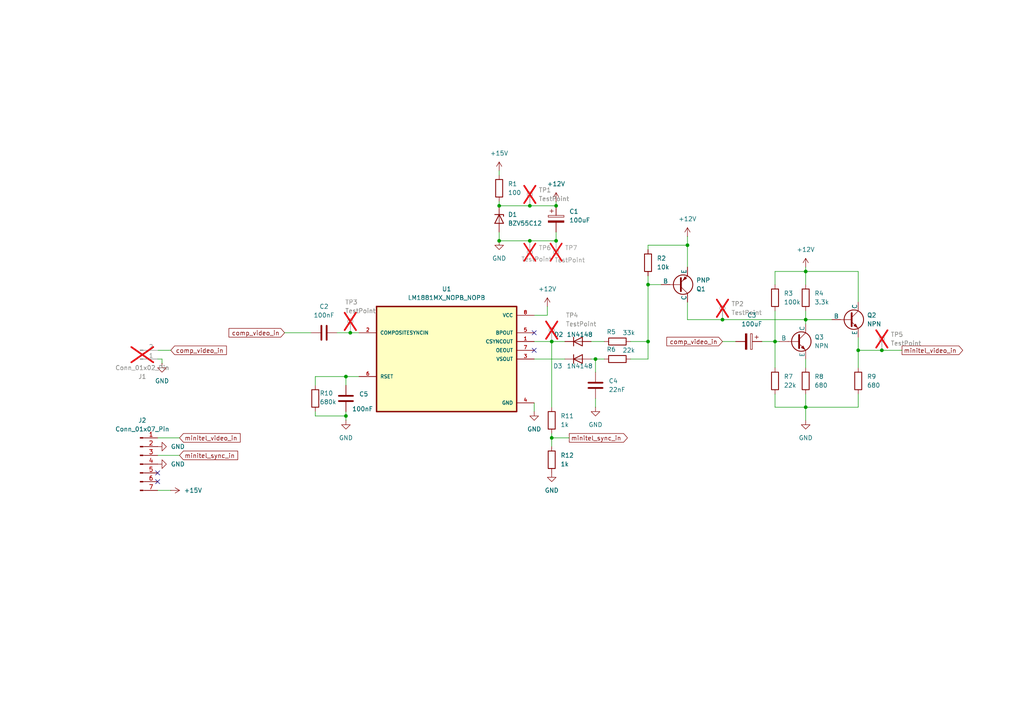
<source format=kicad_sch>
(kicad_sch (version 20231120) (generator "eeschema") (generator_version "8.0")
  (paper "A4")
  (title_block (title "av-to-minitel") (date "2025-01-02") (rev "v0.1") (company "Lucas Bonvin") (comment 1 "schematic source: https://www.cfp-radio.com/realisations/rea48/minitel-01.html"))
  (lib_symbols
    (symbol "Connector:Conn_01x02_Pin" (pin_names (offset 1.016) hide)
      (property "Reference" "J" (at 0 2.54 0))
      (property "Value" "Conn_01x02_Pin" (at 0 -5.08 0))
      (symbol "Conn_01x02_Pin_1_1"
        (polyline (pts (xy 1.27 -2.54) (xy 0.8636 -2.54)) (stroke (width 0.1524)))
        (polyline (pts (xy 1.27 0) (xy 0.8636 0)) (stroke (width 0.1524)))
        (rectangle (start 0.8636 -2.413) (end 0 -2.667) (stroke (width 0.1524)) (fill (type outline)))
        (rectangle (start 0.8636 0.127) (end 0 -0.127) (stroke (width 0.1524)) (fill (type outline)))
        (pin passive line (at 5.08 0 180) (length 3.81) (name "Pin_1") (number "1"))
        (pin passive line (at 5.08 -2.54 180) (length 3.81) (name "Pin_2") (number "2"))
      )
    )
    (symbol "Connector:Conn_01x07_Pin" (pin_names (offset 1.016) hide)
      (property "Reference" "J" (at 0 10.16 0))
      (property "Value" "Conn_01x07_Pin" (at 0 -10.16 0))
      (symbol "Conn_01x07_Pin_1_1"
        (polyline (pts (xy 1.27 -7.62) (xy 0.8636 -7.62)) (stroke (width 0.1524)))
        (polyline (pts (xy 1.27 -5.08) (xy 0.8636 -5.08)) (stroke (width 0.1524)))
        (polyline (pts (xy 1.27 -2.54) (xy 0.8636 -2.54)) (stroke (width 0.1524)))
        (polyline (pts (xy 1.27 0) (xy 0.8636 0)) (stroke (width 0.1524)))
        (polyline (pts (xy 1.27 2.54) (xy 0.8636 2.54)) (stroke (width 0.1524)))
        (polyline (pts (xy 1.27 5.08) (xy 0.8636 5.08)) (stroke (width 0.1524)))
        (polyline (pts (xy 1.27 7.62) (xy 0.8636 7.62)) (stroke (width 0.1524)))
        (rectangle (start 0.8636 -7.493) (end 0 -7.747) (stroke (width 0.1524)) (fill (type outline)))
        (rectangle (start 0.8636 -4.953) (end 0 -5.207) (stroke (width 0.1524)) (fill (type outline)))
        (rectangle (start 0.8636 -2.413) (end 0 -2.667) (stroke (width 0.1524)) (fill (type outline)))
        (rectangle (start 0.8636 0.127) (end 0 -0.127) (stroke (width 0.1524)) (fill (type outline)))
        (rectangle (start 0.8636 2.667) (end 0 2.413) (stroke (width 0.1524)) (fill (type outline)))
        (rectangle (start 0.8636 5.207) (end 0 4.953) (stroke (width 0.1524)) (fill (type outline)))
        (rectangle (start 0.8636 7.747) (end 0 7.493) (stroke (width 0.1524)) (fill (type outline)))
        (pin passive line (at 5.08 7.62 180) (length 3.81) (name "Pin_1") (number "1"))
        (pin passive line (at 5.08 5.08 180) (length 3.81) (name "Pin_2") (number "2"))
        (pin passive line (at 5.08 2.54 180) (length 3.81) (name "Pin_3") (number "3"))
        (pin passive line (at 5.08 0 180) (length 3.81) (name "Pin_4") (number "4"))
        (pin passive line (at 5.08 -2.54 180) (length 3.81) (name "Pin_5") (number "5"))
        (pin passive line (at 5.08 -5.08 180) (length 3.81) (name "Pin_6") (number "6"))
        (pin passive line (at 5.08 -7.62 180) (length 3.81) (name "Pin_7") (number "7"))
      )
    )
    (symbol "Connector:TestPoint" (pin_numbers hide) (pin_names (offset 0.762) hide)
      (property "Reference" "TP" (at 0 6.858 0))
      (property "Value" "TestPoint" (at 0 5.08 0))
      (symbol "TestPoint_0_1"
        (circle (center 0 3.302) (radius 0.762))
      )
      (symbol "TestPoint_1_1"
        (pin passive line (at 0 0 90) (length 2.54) (name "1") (number "1"))
      )
    )
    (symbol "Device:C" (pin_numbers hide) (pin_names (offset 0.254))
      (property "Reference" "C" (at 0.635 2.54 0))
      (property "Value" "C" (at 0.635 -2.54 0))
      (symbol "C_0_1"
        (polyline (pts (xy -2.032 -0.762) (xy 2.032 -0.762)) (stroke (width 0.508)))
        (polyline (pts (xy -2.032 0.762) (xy 2.032 0.762)) (stroke (width 0.508)))
      )
      (symbol "C_1_1"
        (pin passive line (at 0 3.81 270) (length 2.794) (name "~") (number "1"))
        (pin passive line (at 0 -3.81 90) (length 2.794) (name "~") (number "2"))
      )
    )
    (symbol "Device:C_Polarized" (pin_numbers hide) (pin_names (offset 0.254))
      (property "Reference" "C" (at 0.635 2.54 0))
      (property "Value" "C_Polarized" (at 0.635 -2.54 0))
      (symbol "C_Polarized_0_1"
        (rectangle (start -2.286 0.508) (end 2.286 1.016))
        (polyline (pts (xy -1.778 2.286) (xy -0.762 2.286)))
        (polyline (pts (xy -1.27 2.794) (xy -1.27 1.778)))
        (rectangle (start 2.286 -0.508) (end -2.286 -1.016) (fill (type outline)))
      )
      (symbol "C_Polarized_1_1"
        (pin passive line (at 0 3.81 270) (length 2.794) (name "~") (number "1"))
        (pin passive line (at 0 -3.81 90) (length 2.794) (name "~") (number "2"))
      )
    )
    (symbol "Device:R" (pin_numbers hide) (pin_names (offset 0))
      (property "Reference" "R" (at 2.032 0 90))
      (property "Value" "R" (at 0 0 90))
      (symbol "R_0_1"
        (rectangle (start -1.016 -2.54) (end 1.016 2.54) (stroke (width 0.254)))
      )
      (symbol "R_1_1"
        (pin passive line (at 0 3.81 270) (length 1.27) (name "~") (number "1"))
        (pin passive line (at 0 -3.81 90) (length 1.27) (name "~") (number "2"))
      )
    )
    (symbol "Diode:1N4148" (pin_numbers hide) (pin_names hide)
      (property "Reference" "D" (at 0 2.54 0))
      (property "Value" "1N4148" (at 0 -2.54 0))
      (symbol "1N4148_0_1"
        (polyline (pts (xy -1.27 1.27) (xy -1.27 -1.27)) (stroke (width 0.254)))
        (polyline (pts (xy 1.27 0) (xy -1.27 0)))
        (polyline (pts (xy 1.27 1.27) (xy 1.27 -1.27) (xy -1.27 0) (xy 1.27 1.27)) (stroke (width 0.254)))
      )
      (symbol "1N4148_1_1"
        (pin passive line (at -3.81 0 0) (length 2.54) (name "K") (number "1"))
        (pin passive line (at 3.81 0 180) (length 2.54) (name "A") (number "2"))
      )
    )
    (symbol "Diode:BZV55C12" (pin_numbers hide) (pin_names hide)
      (property "Reference" "D" (at 0 2.54 0))
      (property "Value" "BZV55C12" (at 0 -2.54 0))
      (symbol "BZV55C12_0_1"
        (polyline (pts (xy 1.27 0) (xy -1.27 0)))
        (polyline (pts (xy -1.27 -1.27) (xy -1.27 1.27) (xy -0.762 1.27)) (stroke (width 0.254)))
        (polyline (pts (xy 1.27 -1.27) (xy 1.27 1.27) (xy -1.27 0) (xy 1.27 -1.27)) (stroke (width 0.254)))
      )
      (symbol "BZV55C12_1_1"
        (pin passive line (at -3.81 0 0) (length 2.54) (name "K") (number "1"))
        (pin passive line (at 3.81 0 180) (length 2.54) (name "A") (number "2"))
      )
    )
    (symbol "LM1881MX_NOPB_NOPB:LM1881MX_NOPB_NOPB" (pin_names (offset 1.016))
      (property "Reference" "U" (at -20.32 16.24 0))
      (property "Value" "LM1881MX_NOPB_NOPB" (at -20.32 -19.24 0))
      (symbol "LM1881MX_NOPB_NOPB_0_0"
        (rectangle (start -20.32 -15.24) (end 20.32 15.24) (stroke (width 0.41)) (fill (type background)))
        (pin output line (at 25.4 5.08 180) (length 5.08) (name "CSYNCOUT") (number "1"))
        (pin input line (at -25.4 7.62 0) (length 5.08) (name "COMPOSITESYNCIN") (number "2"))
        (pin output line (at 25.4 0 180) (length 5.08) (name "VSOUT") (number "3"))
        (pin power_in line (at 25.4 -12.7 180) (length 5.08) (name "GND") (number "4"))
        (pin output line (at 25.4 7.62 180) (length 5.08) (name "BPOUT") (number "5"))
        (pin bidirectional line (at -25.4 -5.08 0) (length 5.08) (name "RSET") (number "6"))
        (pin output line (at 25.4 2.54 180) (length 5.08) (name "OEOUT") (number "7"))
        (pin power_in line (at 25.4 12.7 180) (length 5.08) (name "VCC") (number "8"))
      )
    )
    (symbol "Simulation_SPICE:NPN" (pin_numbers hide) (pin_names (offset 0))
      (property "Reference" "Q" (at -2.54 7.62 0))
      (property "Value" "NPN" (at -2.54 5.08 0))
      (symbol "NPN_0_1"
        (polyline (pts (xy -2.54 0) (xy 0.635 0)) (stroke (width 0.1524)))
        (polyline (pts (xy 0.635 0.635) (xy 2.54 2.54)))
        (polyline (pts (xy 2.794 -1.27) (xy 2.794 -1.27)) (stroke (width 0.1524)))
        (polyline (pts (xy 2.794 -1.27) (xy 2.794 -1.27)) (stroke (width 0.1524)))
        (polyline (pts (xy 0.635 -0.635) (xy 2.54 -2.54) (xy 2.54 -2.54)))
        (polyline (pts (xy 0.635 1.905) (xy 0.635 -1.905) (xy 0.635 -1.905)) (stroke (width 0.508)))
        (polyline (pts (xy 1.27 -1.778) (xy 1.778 -1.27) (xy 2.286 -2.286) (xy 1.27 -1.778) (xy 1.27 -1.778)) (fill (type outline)))
        (circle (center 1.27 0) (radius 2.8194) (stroke (width 0.254)))
      )
      (symbol "NPN_1_1"
        (pin open_collector line (at 2.54 5.08 270) (length 2.54) (name "C") (number "1"))
        (pin input line (at -5.08 0 0) (length 2.54) (name "B") (number "2"))
        (pin open_emitter line (at 2.54 -5.08 90) (length 2.54) (name "E") (number "3"))
      )
    )
    (symbol "Simulation_SPICE:PNP" (pin_numbers hide) (pin_names (offset 0))
      (property "Reference" "Q" (at -2.54 7.62 0))
      (property "Value" "PNP" (at -2.54 5.08 0))
      (symbol "PNP_0_1"
        (polyline (pts (xy -2.54 0) (xy 0.635 0)) (stroke (width 0.1524)))
        (polyline (pts (xy 0.635 0.635) (xy 2.54 2.54)))
        (polyline (pts (xy 0.635 -0.635) (xy 2.54 -2.54) (xy 2.54 -2.54)))
        (polyline (pts (xy 0.635 1.905) (xy 0.635 -1.905) (xy 0.635 -1.905)) (stroke (width 0.508)))
        (polyline (pts (xy 2.286 -1.778) (xy 1.778 -2.286) (xy 1.27 -1.27) (xy 2.286 -1.778) (xy 2.286 -1.778)) (fill (type outline)))
        (circle (center 1.27 0) (radius 2.8194) (stroke (width 0.254)))
      )
      (symbol "PNP_1_1"
        (pin open_collector line (at 2.54 5.08 270) (length 2.54) (name "C") (number "1"))
        (pin input line (at -5.08 0 0) (length 2.54) (name "B") (number "2"))
        (pin open_emitter line (at 2.54 -5.08 90) (length 2.54) (name "E") (number "3"))
      )
    )
    (symbol "power:+12V" (power) (pin_numbers hide) (pin_names (offset 0) hide)
      (property "Value" "+12V" (at 0 3.556 0))
      (symbol "+12V_0_1"
        (polyline (pts (xy -0.762 1.27) (xy 0 2.54)))
        (polyline (pts (xy 0 0) (xy 0 2.54)))
        (polyline (pts (xy 0 2.54) (xy 0.762 1.27)))
      )
      (symbol "+12V_1_1"
        (pin power_in line (at 0 0 90) (length 0) (name "~") (number "1"))
      )
    )
    (symbol "power:+15V" (power) (pin_numbers hide) (pin_names (offset 0) hide)
      (property "Value" "+15V" (at 0 3.556 0))
      (symbol "+15V_0_1"
        (polyline (pts (xy -0.762 1.27) (xy 0 2.54)))
        (polyline (pts (xy 0 0) (xy 0 2.54)))
        (polyline (pts (xy 0 2.54) (xy 0.762 1.27)))
      )
      (symbol "+15V_1_1"
        (pin power_in line (at 0 0 90) (length 0) (name "~") (number "1"))
      )
    )
    (symbol "power:GND" (power) (pin_numbers hide) (pin_names (offset 0) hide)
      (property "Value" "GND" (at 0 -3.81 0))
      (symbol "GND_0_1"
        (polyline (pts (xy 0 0) (xy 0 -1.27) (xy 1.27 -1.27) (xy 0 -2.54) (xy -1.27 -1.27) (xy 0 -1.27)))
      )
      (symbol "GND_1_1"
        (pin power_in line (at 0 0 270) (length 0) (name "~") (number "1"))
      )
    )
  )
  (junction (at 101.6 96.52))
  (junction (at 248.92 101.6))
  (junction (at 100.33 120.65))
  (junction (at 160.02 99.06))
  (junction (at 233.68 118.11))
  (junction (at 144.78 59.69))
  (junction (at 161.29 69.85))
  (junction (at 209.55 92.71))
  (junction (at 172.72 104.14))
  (junction (at 160.02 127))
  (junction (at 255.7696 101.6))
  (junction (at 153.67 69.85))
  (junction (at 233.68 92.71))
  (junction (at 224.79 99.06))
  (junction (at 187.96 99.06))
  (junction (at 199.39 71.12))
  (junction (at 233.68 78.74))
  (junction (at 100.33 109.22))
  (junction (at 144.78 69.85))
  (junction (at 161.29 59.69))
  (junction (at 153.67 59.69))
  (junction (at 187.96 82.55))
  (no_connect (at 45.72 139.7))
  (no_connect (at 154.94 101.6))
  (no_connect (at 154.94 96.52))
  (no_connect (at 45.72 137.16))
  (wire (pts (xy 154.94 119.38) (xy 154.94 116.84)))
  (wire (pts (xy 187.96 82.55) (xy 191.77 82.55)))
  (wire (pts (xy 160.02 127) (xy 160.02 125.73)))
  (wire (pts (xy 153.67 69.85) (xy 144.78 69.85)))
  (wire (pts (xy 199.39 92.71) (xy 199.39 87.63)))
  (wire (pts (xy 187.96 71.12) (xy 199.39 71.12)))
  (wire (pts (xy 46.99 104.14) (xy 45.72 104.14)))
  (wire (pts (xy 49.53 101.6) (xy 45.72 101.6)))
  (wire (pts (xy 233.68 90.17) (xy 233.68 92.71)))
  (wire (pts (xy 233.68 77.47) (xy 233.68 78.74)))
  (wire (pts (xy 199.39 68.58) (xy 199.39 71.12)))
  (wire (pts (xy 233.68 121.92) (xy 233.68 118.11)))
  (wire (pts (xy 241.3 92.71) (xy 233.68 92.71)))
  (wire (pts (xy 233.68 92.71) (xy 233.68 93.98)))
  (wire (pts (xy 46.99 104.14) (xy 46.99 105.41)))
  (wire (pts (xy 163.83 99.06) (xy 160.02 99.06)))
  (wire (pts (xy 224.79 118.11) (xy 224.79 114.3)))
  (wire (pts (xy 187.96 99.06) (xy 187.96 104.14)))
  (wire (pts (xy 224.79 106.68) (xy 224.79 99.06)))
  (wire (pts (xy 248.92 101.6) (xy 248.92 106.68)))
  (wire (pts (xy 158.75 91.44) (xy 154.94 91.44)))
  (wire (pts (xy 209.55 92.71) (xy 199.39 92.71)))
  (wire (pts (xy 82.55 96.52) (xy 90.17 96.52)))
  (wire (pts (xy 248.92 97.79) (xy 248.92 101.6)))
  (wire (pts (xy 224.79 99.06) (xy 220.98 99.06)))
  (wire (pts (xy 261.62 101.6) (xy 255.7696 101.6)))
  (wire (pts (xy 158.75 88.9) (xy 158.75 91.44)))
  (wire (pts (xy 224.79 118.11) (xy 233.68 118.11)))
  (wire (pts (xy 161.29 59.69) (xy 161.29 58.42)))
  (wire (pts (xy 160.02 127) (xy 165.1 127)))
  (wire (pts (xy 187.96 104.14) (xy 182.88 104.14)))
  (wire (pts (xy 172.72 118.11) (xy 172.72 115.57)))
  (wire (pts (xy 187.96 72.39) (xy 187.96 71.12)))
  (wire (pts (xy 160.02 129.54) (xy 160.02 127)))
  (wire (pts (xy 224.79 90.17) (xy 224.79 99.06)))
  (wire (pts (xy 209.55 99.06) (xy 213.36 99.06)))
  (wire (pts (xy 153.67 59.69) (xy 161.29 59.69)))
  (wire (pts (xy 187.96 82.55) (xy 187.96 99.06)))
  (wire (pts (xy 100.33 120.65) (xy 100.33 119.38)))
  (wire (pts (xy 233.68 78.74) (xy 233.68 82.55)))
  (wire (pts (xy 161.29 67.31) (xy 161.29 69.85)))
  (wire (pts (xy 171.45 104.14) (xy 172.72 104.14)))
  (wire (pts (xy 144.78 59.69) (xy 144.78 58.42)))
  (wire (pts (xy 224.79 78.74) (xy 233.68 78.74)))
  (wire (pts (xy 233.68 118.11) (xy 248.92 118.11)))
  (wire (pts (xy 160.02 99.06) (xy 154.94 99.06)))
  (wire (pts (xy 100.33 109.22) (xy 104.14 109.22)))
  (wire (pts (xy 144.78 59.69) (xy 153.67 59.69)))
  (wire (pts (xy 91.44 120.65) (xy 100.33 120.65)))
  (wire (pts (xy 233.68 106.68) (xy 233.68 104.14)))
  (wire (pts (xy 233.68 78.74) (xy 248.92 78.74)))
  (wire (pts (xy 91.44 119.38) (xy 91.44 120.65)))
  (wire (pts (xy 226.06 99.06) (xy 224.79 99.06)))
  (wire (pts (xy 172.72 104.14) (xy 175.26 104.14)))
  (wire (pts (xy 144.78 50.8) (xy 144.78 49.53)))
  (wire (pts (xy 52.07 127) (xy 45.72 127)))
  (wire (pts (xy 49.53 142.24) (xy 45.72 142.24)))
  (wire (pts (xy 182.88 99.06) (xy 187.96 99.06)))
  (wire (pts (xy 144.78 69.85) (xy 144.78 67.31)))
  (wire (pts (xy 52.07 132.08) (xy 45.72 132.08)))
  (wire (pts (xy 233.68 92.71) (xy 209.55 92.71)))
  (wire (pts (xy 233.68 114.3) (xy 233.68 118.11)))
  (wire (pts (xy 100.33 109.22) (xy 91.44 109.22)))
  (wire (pts (xy 224.79 82.55) (xy 224.79 78.74)))
  (wire (pts (xy 255.7696 101.6) (xy 248.92 101.6)))
  (wire (pts (xy 91.44 109.22) (xy 91.44 111.76)))
  (wire (pts (xy 248.92 118.11) (xy 248.92 114.3)))
  (wire (pts (xy 100.33 111.76) (xy 100.33 109.22)))
  (wire (pts (xy 248.92 78.74) (xy 248.92 87.63)))
  (wire (pts (xy 161.29 69.85) (xy 153.67 69.85)))
  (wire (pts (xy 172.72 107.95) (xy 172.72 104.14)))
  (wire (pts (xy 100.33 121.92) (xy 100.33 120.65)))
  (wire (pts (xy 101.6 96.52) (xy 104.14 96.52)))
  (wire (pts (xy 187.96 80.01) (xy 187.96 82.55)))
  (wire (pts (xy 97.79 96.52) (xy 101.6 96.52)))
  (wire (pts (xy 175.26 99.06) (xy 171.45 99.06)))
  (wire (pts (xy 199.39 71.12) (xy 199.39 77.47)))
  (wire (pts (xy 160.02 118.11) (xy 160.02 99.06)))
  (wire (pts (xy 163.83 104.14) (xy 154.94 104.14)))
  (global_label "comp_video_in" (shape input) (at 82.55 96.52 180) (property "Intersheetrefs" "${INTERSHEET_REFS}" (effects (hide yes))))
  (global_label "minitel_video_in" (shape output) (at 261.62 101.6 0) (property "Intersheetrefs" "${INTERSHEET_REFS}" (effects (hide yes))))
  (global_label "minitel_sync_in" (shape output) (at 165.1 127 0) (property "Intersheetrefs" "${INTERSHEET_REFS}" (effects (hide yes))))
  (global_label "comp_video_in" (shape input) (at 49.53 101.6 0) (property "Intersheetrefs" "${INTERSHEET_REFS}" (effects (hide yes))))
  (global_label "minitel_video_in" (shape input) (at 52.07 127 0) (property "Intersheetrefs" "${INTERSHEET_REFS}" (effects (hide yes))))
  (global_label "minitel_sync_in" (shape input) (at 52.07 132.08 0) (property "Intersheetrefs" "${INTERSHEET_REFS}" (effects (hide yes))))
  (global_label "comp_video_in" (shape input) (at 209.55 99.06 180) (property "Intersheetrefs" "${INTERSHEET_REFS}" (effects (hide yes))))
  (symbol (lib_id "Device:R") (at 160.02 133.35 0) (unit 1)
    (property "Reference" "R12" (at 162.56 132.0799 0) (effects (justify left)))
    (property "Value" "1k" (at 162.56 134.6199 0) (effects (justify left)))
    (property "Footprint" "Resistor_SMD:R_0805_2012Metric" (effects (hide yes)))
    (property "Description" "Resistor" (effects (hide yes)))
    (property "Mouser reference" "RCA08051K00FKEA" (effects (hide yes)))
  )
  (symbol (lib_id "Connector:TestPoint") (at 153.67 69.85 180) (unit 1) (dnp yes)
    (property "Reference" "TP6" (at 156.21 71.8819 0) (effects (justify right)))
    (property "Value" "TestPoint" (at 151.13 75.184 0) (effects (justify right)))
    (property "Footprint" "TestPoint:TestPoint_THTPad_D1.0mm_Drill0.5mm" (effects (hide yes)))
    (property "Description" "test point" (effects (hide yes)))
  )
  (symbol (lib_id "power:GND") (at 233.68 121.92 0) (unit 1)
    (property "Reference" "#PWR011" (effects (hide yes)))
    (property "Value" "GND" (at 233.68 127 0))
    (property "Description" "Power symbol creates a global label with name \"GND\" , ground" (effects (hide yes)))
  )
  (symbol (lib_id "Diode:1N4148") (at 167.64 99.06 0) (unit 1)
    (property "Reference" "D2" (at 162.052 97.028 0))
    (property "Value" "1N4148" (at 168.148 97.028 0))
    (property "Footprint" "Diode_SMD:D_SOD-323F" (effects (hide yes)))
    (property "Datasheet" "https://assets.nexperia.com/documents/data-sheet/1N4148_1N4448.pdf" (effects (hide yes)))
    (property "Description" "100V 0.15A standard switching diode, DO-35" (effects (hide yes)))
    (property "Sim.Device" "D" (effects (hide yes)))
    (property "Sim.Pins" "1=K 2=A" (effects (hide yes)))
    (property "Mouser reference" "637-1N4148WS-AQ" (effects (hide yes)))
  )
  (symbol (lib_id "Device:R") (at 224.79 110.49 0) (unit 1)
    (property "Reference" "R7" (at 227.33 109.2199 0) (effects (justify left)))
    (property "Value" "22k" (at 227.33 111.7599 0) (effects (justify left)))
    (property "Footprint" "Resistor_SMD:R_0805_2012Metric" (effects (hide yes)))
    (property "Description" "Resistor" (effects (hide yes)))
    (property "Mouser reference" "CR0805-FX-2202ELF" (effects (hide yes)))
  )
  (symbol (lib_id "power:+12V") (at 158.75 88.9 0) (unit 1)
    (property "Reference" "#PWR06" (effects (hide yes)))
    (property "Value" "+12V" (at 158.75 83.82 0))
    (property "Description" "Power symbol creates a global label with name \"+12V\"" (effects (hide yes)))
  )
  (symbol (lib_id "power:+15V") (at 49.53 142.24 270) (unit 1)
    (property "Reference" "#PWR015" (effects (hide yes)))
    (property "Value" "+15V" (at 53.34 142.2399 90) (effects (justify left)))
    (property "Description" "Power symbol creates a global label with name \"+15V\"" (effects (hide yes)))
  )
  (symbol (lib_id "Device:R") (at 91.44 115.57 0) (unit 1)
    (property "Reference" "R10" (at 92.71 114.046 0) (effects (justify left)))
    (property "Value" "680k" (at 92.71 116.586 0) (effects (justify left)))
    (property "Footprint" "Resistor_SMD:R_0805_2012Metric" (effects (hide yes)))
    (property "Description" "Resistor" (effects (hide yes)))
    (property "Mouser reference" "CR0805-FX-6803ELF" (effects (hide yes)))
  )
  (symbol (lib_id "Diode:BZV55C12") (at 144.78 63.5 270) (unit 1)
    (property "Reference" "D1" (at 147.32 62.2299 90) (effects (justify left)))
    (property "Value" "BZV55C12" (at 147.32 64.7699 90) (effects (justify left)))
    (property "Footprint" "Diode_SMD:D_MiniMELF" (effects (hide yes)))
    (property "Datasheet" "https://assets.nexperia.com/documents/data-sheet/BZV55_SER.pdf" (effects (hide yes)))
    (property "Description" "12V, 500mW, 5%, Zener diode, MiniMELF" (effects (hide yes)))
    (property "Mouser reference" "771-BZV55-C12-T/R" (effects (hide yes)))
  )
  (symbol (lib_id "power:GND") (at 144.78 69.85 0) (unit 1)
    (property "Reference" "#PWR04" (effects (hide yes)))
    (property "Value" "GND" (at 144.78 74.93 0))
    (property "Description" "Power symbol creates a global label with name \"GND\" , ground" (effects (hide yes)))
  )
  (symbol (lib_id "Connector:Conn_01x07_Pin") (at 40.64 134.62 0) (unit 1)
    (property "Reference" "J2" (at 41.275 121.92 0))
    (property "Value" "Conn_01x07_Pin" (at 41.275 124.46 0))
    (property "Footprint" "Connector_PinHeader_2.54mm:PinHeader_1x07_P2.54mm_Horizontal" (effects (hide yes)))
    (property "Description" "Generic connector, single row, 01x07, script generated" (effects (hide yes)))
    (property "Mouser reference" "649-1012937990701BLF" (effects (hide yes)))
  )
  (symbol (lib_id "Device:R") (at 179.07 104.14 90) (unit 1)
    (property "Reference" "R6" (at 177.292 101.346 90))
    (property "Value" "22k" (at 182.372 101.6 90))
    (property "Footprint" "Resistor_SMD:R_0805_2012Metric" (effects (hide yes)))
    (property "Description" "Resistor" (effects (hide yes)))
    (property "Mouser reference" "CR0805-FX-2202ELF" (effects (hide yes)))
  )
  (symbol (lib_id "Connector:TestPoint") (at 101.6 96.52 0) (unit 1) (dnp yes)
    (property "Reference" "TP3" (at 100.076 87.63 0) (effects (justify left)))
    (property "Value" "TestPoint" (at 100.076 90.17 0) (effects (justify left)))
    (property "Footprint" "TestPoint:TestPoint_THTPad_D1.0mm_Drill0.5mm" (effects (hide yes)))
    (property "Description" "test point" (effects (hide yes)))
  )
  (symbol (lib_id "power:GND") (at 160.02 137.16 0) (unit 1)
    (property "Reference" "#PWR014" (effects (hide yes)))
    (property "Value" "GND" (at 160.02 142.24 0))
    (property "Description" "Power symbol creates a global label with name \"GND\" , ground" (effects (hide yes)))
  )
  (symbol (lib_id "Connector:TestPoint") (at 161.29 69.85 180) (unit 1) (dnp yes)
    (property "Reference" "TP7" (at 163.83 71.8819 0) (effects (justify right)))
    (property "Value" "TestPoint" (at 160.782 75.438 0) (effects (justify right)))
    (property "Footprint" "TestPoint:TestPoint_THTPad_D1.0mm_Drill0.5mm" (effects (hide yes)))
    (property "Description" "test point" (effects (hide yes)))
  )
  (symbol (lib_id "Device:C_Polarized") (at 161.29 63.5 0) (unit 1)
    (property "Reference" "C1" (at 165.1 61.3409 0) (effects (justify left)))
    (property "Value" "100uF" (at 165.1 63.8809 0) (effects (justify left)))
    (property "Footprint" "Capacitor_SMD:CP_Elec_5x5.8" (effects (hide yes)))
    (property "Description" "Polarized capacitor" (effects (hide yes)))
    (property "Mouser reference" "667-EEE-FN1C101UR" (effects (hide yes)))
  )
  (symbol (lib_id "Device:R") (at 248.92 110.49 0) (unit 1)
    (property "Reference" "R9" (at 251.46 109.2199 0) (effects (justify left)))
    (property "Value" "680" (at 251.46 111.7599 0) (effects (justify left)))
    (property "Footprint" "Resistor_SMD:R_0805_2012Metric" (effects (hide yes)))
    (property "Description" "Resistor" (effects (hide yes)))
    (property "Mouser reference" "CRCW0805680RJNEBC" (effects (hide yes)))
  )
  (symbol (lib_id "power:+12V") (at 161.29 58.42 0) (unit 1)
    (property "Reference" "#PWR02" (effects (hide yes)))
    (property "Value" "+12V" (at 161.29 53.34 0))
    (property "Description" "Power symbol creates a global label with name \"+12V\"" (effects (hide yes)))
  )
  (symbol (lib_id "Device:C") (at 172.72 111.76 180) (unit 1)
    (property "Reference" "C4" (at 176.53 110.4899 0) (effects (justify right)))
    (property "Value" "22nF" (at 176.53 113.0299 0) (effects (justify right)))
    (property "Footprint" "Capacitor_SMD:C_0603_1608Metric" (effects (hide yes)))
    (property "Description" "Unpolarized capacitor" (effects (hide yes)))
    (property "Mouser reference" "C0603C223K3RACTM" (effects (hide yes)))
  )
  (symbol (lib_id "Device:C") (at 93.98 96.52 90) (unit 1)
    (property "Reference" "C2" (at 93.98 88.9 90))
    (property "Value" "100nF" (at 93.98 91.44 90))
    (property "Footprint" "Capacitor_SMD:C_0603_1608Metric" (effects (hide yes)))
    (property "Description" "Unpolarized capacitor" (effects (hide yes)))
    (property "Mouser reference" "710-885012206071R" (effects (hide yes)))
  )
  (symbol (lib_id "Simulation_SPICE:NPN") (at 231.14 99.06 0) (unit 1)
    (property "Reference" "Q3" (at 236.22 97.7899 0) (effects (justify left)))
    (property "Value" "NPN" (at 236.22 100.3299 0) (effects (justify left)))
    (property "Footprint" "Package_TO_SOT_SMD:SOT-23" (effects (hide yes)))
    (property "Datasheet" "https://ngspice.sourceforge.io/docs/ngspice-html-manual/manual.xhtml#cha_BJTs" (effects (hide yes)))
    (property "Description" "Bipolar transistor symbol for simulation only, substrate tied to the emitter" (effects (hide yes)))
    (property "Sim.Device" "NPN" (effects (hide yes)))
    (property "Sim.Type" "GUMMELPOON" (effects (hide yes)))
    (property "Sim.Pins" "1=C 2=B 3=E" (effects (hide yes)))
    (property "Mouser reference" "522-FMMT619TA" (effects (hide yes)))
  )
  (symbol (lib_id "Connector:TestPoint") (at 209.55 92.71 0) (unit 1) (dnp yes)
    (property "Reference" "TP2" (at 212.09 88.1379 0) (effects (justify left)))
    (property "Value" "TestPoint" (at 212.09 90.6779 0) (effects (justify left)))
    (property "Footprint" "TestPoint:TestPoint_THTPad_D1.0mm_Drill0.5mm" (effects (hide yes)))
    (property "Description" "test point" (effects (hide yes)))
  )
  (symbol (lib_id "power:GND") (at 172.72 118.11 0) (unit 1)
    (property "Reference" "#PWR08" (effects (hide yes)))
    (property "Value" "GND" (at 172.72 123.19 0))
    (property "Description" "Power symbol creates a global label with name \"GND\" , ground" (effects (hide yes)))
  )
  (symbol (lib_id "Device:R") (at 224.79 86.36 0) (unit 1)
    (property "Reference" "R3" (at 227.33 85.0899 0) (effects (justify left)))
    (property "Value" "100k" (at 227.33 87.6299 0) (effects (justify left)))
    (property "Footprint" "Resistor_SMD:R_0805_2012Metric" (effects (hide yes)))
    (property "Description" "Resistor" (effects (hide yes)))
    (property "Mouser reference" "CRGCQ0805J100K" (effects (hide yes)))
  )
  (symbol (lib_id "Device:C") (at 100.33 115.57 180) (unit 1)
    (property "Reference" "C5" (at 104.14 114.2999 0) (effects (justify right)))
    (property "Value" "100nF" (at 102.108 118.618 0) (effects (justify right)))
    (property "Footprint" "Capacitor_SMD:C_0603_1608Metric" (effects (hide yes)))
    (property "Description" "Unpolarized capacitor" (effects (hide yes)))
    (property "Mouser reference" "710-885012206071R" (effects (hide yes)))
  )
  (symbol (lib_id "Connector:Conn_01x02_Pin") (at 40.64 104.14 0) (mirror x) (unit 1) (dnp yes)
    (property "Reference" "J1" (at 41.275 109.22 0))
    (property "Value" "Conn_01x02_Pin" (at 41.275 106.68 0))
    (property "Footprint" "Connector_PinHeader_2.54mm:PinHeader_1x02_P2.54mm_Horizontal" (effects (hide yes)))
    (property "Description" "Generic connector, single row, 01x02, script generated" (effects (hide yes)))
  )
  (symbol (lib_id "Device:R") (at 187.96 76.2 0) (unit 1)
    (property "Reference" "R2" (at 190.5 74.9299 0) (effects (justify left)))
    (property "Value" "10k" (at 190.5 77.4699 0) (effects (justify left)))
    (property "Footprint" "Resistor_SMD:R_0805_2012Metric" (effects (hide yes)))
    (property "Description" "Resistor" (effects (hide yes)))
    (property "Mouser reference" "CRCW080510K0JNEC" (effects (hide yes)))
  )
  (symbol (lib_id "Device:R") (at 233.68 110.49 0) (unit 1)
    (property "Reference" "R8" (at 236.22 109.2199 0) (effects (justify left)))
    (property "Value" "680" (at 236.22 111.7599 0) (effects (justify left)))
    (property "Footprint" "Resistor_SMD:R_0805_2012Metric" (effects (hide yes)))
    (property "Description" "Resistor" (effects (hide yes)))
    (property "Mouser reference" "CRCW0805680RJNEBC" (effects (hide yes)))
  )
  (symbol (lib_id "power:+12V") (at 199.39 68.58 0) (unit 1)
    (property "Reference" "#PWR03" (effects (hide yes)))
    (property "Value" "+12V" (at 199.39 63.5 0))
    (property "Description" "Power symbol creates a global label with name \"+12V\"" (effects (hide yes)))
  )
  (symbol (lib_id "Device:R") (at 233.68 86.36 0) (unit 1)
    (property "Reference" "R4" (at 236.22 85.0899 0) (effects (justify left)))
    (property "Value" "3.3k" (at 236.22 87.6299 0) (effects (justify left)))
    (property "Footprint" "Resistor_SMD:R_0805_2012Metric" (effects (hide yes)))
    (property "Description" "Resistor" (effects (hide yes)))
    (property "Mouser reference" "CRCW08053K30JNEA" (effects (hide yes)))
  )
  (symbol (lib_id "Device:C_Polarized") (at 217.17 99.06 270) (unit 1)
    (property "Reference" "C3" (at 218.059 91.44 90))
    (property "Value" "100uF" (at 218.059 93.98 90))
    (property "Footprint" "Capacitor_SMD:CP_Elec_5x5.8" (effects (hide yes)))
    (property "Description" "Polarized capacitor" (effects (hide yes)))
    (property "Mouser reference" "667-EEE-FN1C101UR" (effects (hide yes)))
  )
  (symbol (lib_id "LM1881MX_NOPB_NOPB:LM1881MX_NOPB_NOPB") (at 129.54 104.14 0) (unit 1)
    (property "Reference" "U1" (at 129.54 83.82 0))
    (property "Value" "LM1881MX_NOPB_NOPB" (at 129.54 86.36 0))
    (property "Footprint" "LM1881MX_NOPB_NOPB:SOIC127P599X175-8N" (effects (hide yes)))
    (property "MF" "Texas Instruments" (effects (hide yes)))
    (property "Description_1" "\n                        \n                            Video Sync Separator\n                        \n" (effects (hide yes)))
    (property "Package" "SOIC-8 Texas Instruments" (effects (hide yes)))
    (property "Price" "None" (effects (hide yes)))
    (property "SnapEDA_Link" "https://www.snapeda.com/parts/LM1881MX/NOPB/Texas+Instruments/view-part/?ref=snap" (effects (hide yes)))
    (property "MP" "LM1881MX/NOPB" (effects (hide yes)))
    (property "Availability" "In Stock" (effects (hide yes)))
    (property "Check_prices" "https://www.snapeda.com/parts/LM1881MX/NOPB/Texas+Instruments/view-part/?ref=eda" (effects (hide yes)))
    (property "Mouser reference" "926-LM1881MX/NOPB" (effects (hide yes)))
  )
  (symbol (lib_id "Simulation_SPICE:PNP") (at 196.85 82.55 0) (mirror x) (unit 1)
    (property "Reference" "Q1" (at 201.93 83.8201 0) (effects (justify left)))
    (property "Value" "PNP" (at 201.93 81.2801 0) (effects (justify left)))
    (property "Footprint" "Package_TO_SOT_SMD:SOT-23" (effects (hide yes)))
    (property "Datasheet" "https://ngspice.sourceforge.io/docs/ngspice-html-manual/manual.xhtml#cha_BJTs" (effects (hide yes)))
    (property "Description" "Bipolar transistor symbol for simulation only, substrate tied to the emitter" (effects (hide yes)))
    (property "Sim.Device" "PNP" (effects (hide yes)))
    (property "Sim.Type" "GUMMELPOON" (effects (hide yes)))
    (property "Sim.Pins" "1=C 2=B 3=E" (effects (hide yes)))
    (property "Mouser reference" "241-MMBT2907AR100001" (effects (hide yes)))
  )
  (symbol (lib_id "Connector:TestPoint") (at 255.7696 101.6 0) (unit 1) (dnp yes)
    (property "Reference" "TP5" (at 258.3096 97.0279 0) (effects (justify left)))
    (property "Value" "TestPoint" (at 258.3096 99.5679 0) (effects (justify left)))
    (property "Footprint" "TestPoint:TestPoint_THTPad_D1.0mm_Drill0.5mm" (effects (hide yes)))
    (property "Description" "test point" (effects (hide yes)))
  )
  (symbol (lib_id "power:GND") (at 154.94 119.38 0) (unit 1)
    (property "Reference" "#PWR09" (effects (hide yes)))
    (property "Value" "GND" (at 154.94 124.46 0))
    (property "Description" "Power symbol creates a global label with name \"GND\" , ground" (effects (hide yes)))
  )
  (symbol (lib_id "Connector:TestPoint") (at 153.67 59.69 0) (unit 1) (dnp yes)
    (property "Reference" "TP1" (at 156.21 55.1179 0) (effects (justify left)))
    (property "Value" "TestPoint" (at 156.21 57.6579 0) (effects (justify left)))
    (property "Footprint" "TestPoint:TestPoint_THTPad_D1.0mm_Drill0.5mm" (effects (hide yes)))
    (property "Description" "test point" (effects (hide yes)))
  )
  (symbol (lib_id "Device:R") (at 144.78 54.61 0) (unit 1)
    (property "Reference" "R1" (at 147.32 53.3399 0) (effects (justify left)))
    (property "Value" "100" (at 147.32 55.8799 0) (effects (justify left)))
    (property "Footprint" "Resistor_SMD:R_0805_2012Metric" (effects (hide yes)))
    (property "Description" "Resistor" (effects (hide yes)))
    (property "Mouser reference" "RT0805FRE07100RL" (effects (hide yes)))
  )
  (symbol (lib_id "power:GND") (at 45.72 134.62 90) (unit 1)
    (property "Reference" "#PWR013" (effects (hide yes)))
    (property "Value" "GND" (at 49.53 134.6199 90) (effects (justify right)))
    (property "Description" "Power symbol creates a global label with name \"GND\" , ground" (effects (hide yes)))
  )
  (symbol (lib_id "power:+12V") (at 233.68 77.47 0) (unit 1)
    (property "Reference" "#PWR05" (effects (hide yes)))
    (property "Value" "+12V" (at 233.68 72.39 0))
    (property "Description" "Power symbol creates a global label with name \"+12V\"" (effects (hide yes)))
  )
  (symbol (lib_id "power:GND") (at 45.72 129.54 90) (unit 1)
    (property "Reference" "#PWR012" (effects (hide yes)))
    (property "Value" "GND" (at 49.53 129.5399 90) (effects (justify right)))
    (property "Description" "Power symbol creates a global label with name \"GND\" , ground" (effects (hide yes)))
  )
  (symbol (lib_id "Diode:1N4148") (at 167.64 104.14 0) (unit 1)
    (property "Reference" "D3" (at 161.798 106.172 0))
    (property "Value" "1N4148" (at 168.148 106.172 0))
    (property "Footprint" "Diode_SMD:D_SOD-323F" (effects (hide yes)))
    (property "Datasheet" "https://assets.nexperia.com/documents/data-sheet/1N4148_1N4448.pdf" (effects (hide yes)))
    (property "Description" "100V 0.15A standard switching diode, DO-35" (effects (hide yes)))
    (property "Sim.Device" "D" (effects (hide yes)))
    (property "Sim.Pins" "1=K 2=A" (effects (hide yes)))
    (property "Mouser reference" "637-1N4148WS-AQ" (effects (hide yes)))
  )
  (symbol (lib_id "Device:R") (at 179.07 99.06 90) (unit 1)
    (property "Reference" "R5" (at 177.292 96.266 90))
    (property "Value" "33k" (at 182.372 96.52 90))
    (property "Footprint" "Resistor_SMD:R_0805_2012Metric" (effects (hide yes)))
    (property "Description" "Resistor" (effects (hide yes)))
    (property "Mouser reference" "RC0805JR-1333KL" (effects (hide yes)))
  )
  (symbol (lib_id "power:+15V") (at 144.78 49.53 0) (unit 1)
    (property "Reference" "#PWR01" (effects (hide yes)))
    (property "Value" "+15V" (at 144.78 44.45 0))
    (property "Description" "Power symbol creates a global label with name \"+15V\"" (effects (hide yes)))
  )
  (symbol (lib_id "Connector:TestPoint") (at 160.02 99.06 0) (unit 1) (dnp yes)
    (property "Reference" "TP4" (at 164.084 91.44 0) (effects (justify left)))
    (property "Value" "TestPoint" (at 164.084 93.98 0) (effects (justify left)))
    (property "Footprint" "TestPoint:TestPoint_THTPad_D1.0mm_Drill0.5mm" (effects (hide yes)))
    (property "Description" "test point" (effects (hide yes)))
  )
  (symbol (lib_id "Device:R") (at 160.02 121.92 0) (unit 1)
    (property "Reference" "R11" (at 162.56 120.6499 0) (effects (justify left)))
    (property "Value" "1k" (at 162.56 123.1899 0) (effects (justify left)))
    (property "Footprint" "Resistor_SMD:R_0805_2012Metric" (effects (hide yes)))
    (property "Description" "Resistor" (effects (hide yes)))
    (property "Mouser reference" "RCA08051K00FKEA" (effects (hide yes)))
  )
  (symbol (lib_id "Simulation_SPICE:NPN") (at 246.38 92.71 0) (unit 1)
    (property "Reference" "Q2" (at 251.46 91.4399 0) (effects (justify left)))
    (property "Value" "NPN" (at 251.46 93.9799 0) (effects (justify left)))
    (property "Footprint" "Package_TO_SOT_SMD:SOT-23" (effects (hide yes)))
    (property "Datasheet" "https://ngspice.sourceforge.io/docs/ngspice-html-manual/manual.xhtml#cha_BJTs" (effects (hide yes)))
    (property "Description" "Bipolar transistor symbol for simulation only, substrate tied to the emitter" (effects (hide yes)))
    (property "Sim.Device" "NPN" (effects (hide yes)))
    (property "Sim.Type" "GUMMELPOON" (effects (hide yes)))
    (property "Sim.Pins" "1=C 2=B 3=E" (effects (hide yes)))
    (property "Mouser reference" "522-FMMT619TA" (effects (hide yes)))
  )
  (symbol (lib_id "power:GND") (at 100.33 121.92 0) (unit 1)
    (property "Reference" "#PWR010" (effects (hide yes)))
    (property "Value" "GND" (at 100.33 127 0))
    (property "Description" "Power symbol creates a global label with name \"GND\" , ground" (effects (hide yes)))
  )
  (symbol (lib_id "power:GND") (at 46.99 105.41 0) (unit 1)
    (property "Reference" "#PWR07" (effects (hide yes)))
    (property "Value" "GND" (at 46.99 110.49 0))
    (property "Description" "Power symbol creates a global label with name \"GND\" , ground" (effects (hide yes)))
  )
)
</source>
